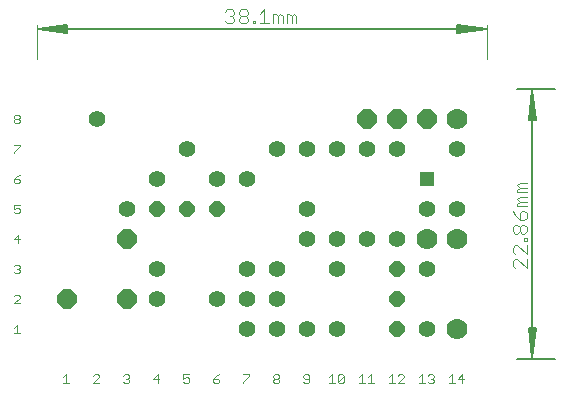
<source format=gtl>
G75*
%MOIN*%
%OFA0B0*%
%FSLAX25Y25*%
%IPPOS*%
%LPD*%
%AMOC8*
5,1,8,0,0,1.08239X$1,22.5*
%
%ADD10C,0.00300*%
%ADD11C,0.00100*%
%ADD12C,0.00500*%
%ADD13C,0.00400*%
%ADD14C,0.00512*%
%ADD15C,0.07000*%
%ADD16C,0.05543*%
%ADD17R,0.04756X0.04756*%
%ADD18OC8,0.06496*%
%ADD19OC8,0.05150*%
D10*
X0018690Y0002217D02*
X0020625Y0002217D01*
X0019657Y0002217D02*
X0019657Y0005119D01*
X0018690Y0004152D01*
X0028690Y0004635D02*
X0029174Y0005119D01*
X0030141Y0005119D01*
X0030625Y0004635D01*
X0030625Y0004152D01*
X0028690Y0002217D01*
X0030625Y0002217D01*
X0038690Y0002700D02*
X0039174Y0002217D01*
X0040141Y0002217D01*
X0040625Y0002700D01*
X0040625Y0003184D01*
X0040141Y0003668D01*
X0039657Y0003668D01*
X0040141Y0003668D02*
X0040625Y0004152D01*
X0040625Y0004635D01*
X0040141Y0005119D01*
X0039174Y0005119D01*
X0038690Y0004635D01*
X0048690Y0003668D02*
X0050625Y0003668D01*
X0050141Y0002217D02*
X0050141Y0005119D01*
X0048690Y0003668D01*
X0058690Y0003668D02*
X0059657Y0004152D01*
X0060141Y0004152D01*
X0060625Y0003668D01*
X0060625Y0002700D01*
X0060141Y0002217D01*
X0059174Y0002217D01*
X0058690Y0002700D01*
X0058690Y0003668D02*
X0058690Y0005119D01*
X0060625Y0005119D01*
X0068690Y0003668D02*
X0070141Y0003668D01*
X0070625Y0003184D01*
X0070625Y0002700D01*
X0070141Y0002217D01*
X0069174Y0002217D01*
X0068690Y0002700D01*
X0068690Y0003668D01*
X0069657Y0004635D01*
X0070625Y0005119D01*
X0078690Y0005119D02*
X0080625Y0005119D01*
X0080625Y0004635D01*
X0078690Y0002700D01*
X0078690Y0002217D01*
X0088690Y0002700D02*
X0089174Y0002217D01*
X0090141Y0002217D01*
X0090625Y0002700D01*
X0090625Y0003184D01*
X0090141Y0003668D01*
X0089174Y0003668D01*
X0088690Y0004152D01*
X0088690Y0004635D01*
X0089174Y0005119D01*
X0090141Y0005119D01*
X0090625Y0004635D01*
X0090625Y0004152D01*
X0090141Y0003668D01*
X0089174Y0003668D02*
X0088690Y0003184D01*
X0088690Y0002700D01*
X0098690Y0002700D02*
X0099174Y0002217D01*
X0100141Y0002217D01*
X0100625Y0002700D01*
X0100625Y0004635D01*
X0100141Y0005119D01*
X0099174Y0005119D01*
X0098690Y0004635D01*
X0098690Y0004152D01*
X0099174Y0003668D01*
X0100625Y0003668D01*
X0107217Y0004152D02*
X0108184Y0005119D01*
X0108184Y0002217D01*
X0107217Y0002217D02*
X0109152Y0002217D01*
X0110163Y0002700D02*
X0112098Y0004635D01*
X0112098Y0002700D01*
X0111614Y0002217D01*
X0110647Y0002217D01*
X0110163Y0002700D01*
X0110163Y0004635D01*
X0110647Y0005119D01*
X0111614Y0005119D01*
X0112098Y0004635D01*
X0117217Y0004152D02*
X0118184Y0005119D01*
X0118184Y0002217D01*
X0117217Y0002217D02*
X0119152Y0002217D01*
X0120163Y0002217D02*
X0122098Y0002217D01*
X0121131Y0002217D02*
X0121131Y0005119D01*
X0120163Y0004152D01*
X0127217Y0004152D02*
X0128184Y0005119D01*
X0128184Y0002217D01*
X0127217Y0002217D02*
X0129152Y0002217D01*
X0130163Y0002217D02*
X0132098Y0004152D01*
X0132098Y0004635D01*
X0131614Y0005119D01*
X0130647Y0005119D01*
X0130163Y0004635D01*
X0130163Y0002217D02*
X0132098Y0002217D01*
X0137217Y0002217D02*
X0139152Y0002217D01*
X0138184Y0002217D02*
X0138184Y0005119D01*
X0137217Y0004152D01*
X0140163Y0004635D02*
X0140647Y0005119D01*
X0141614Y0005119D01*
X0142098Y0004635D01*
X0142098Y0004152D01*
X0141614Y0003668D01*
X0142098Y0003184D01*
X0142098Y0002700D01*
X0141614Y0002217D01*
X0140647Y0002217D01*
X0140163Y0002700D01*
X0141131Y0003668D02*
X0141614Y0003668D01*
X0147217Y0004152D02*
X0148184Y0005119D01*
X0148184Y0002217D01*
X0147217Y0002217D02*
X0149152Y0002217D01*
X0150163Y0003668D02*
X0152098Y0003668D01*
X0151614Y0002217D02*
X0151614Y0005119D01*
X0150163Y0003668D01*
X0004152Y0018817D02*
X0002217Y0018817D01*
X0003184Y0018817D02*
X0003184Y0021719D01*
X0002217Y0020752D01*
X0002217Y0028817D02*
X0004152Y0030752D01*
X0004152Y0031235D01*
X0003668Y0031719D01*
X0002700Y0031719D01*
X0002217Y0031235D01*
X0002217Y0028817D02*
X0004152Y0028817D01*
X0003668Y0038817D02*
X0002700Y0038817D01*
X0002217Y0039300D01*
X0003184Y0040268D02*
X0003668Y0040268D01*
X0004152Y0039784D01*
X0004152Y0039300D01*
X0003668Y0038817D01*
X0003668Y0040268D02*
X0004152Y0040752D01*
X0004152Y0041235D01*
X0003668Y0041719D01*
X0002700Y0041719D01*
X0002217Y0041235D01*
X0003668Y0048817D02*
X0003668Y0051719D01*
X0002217Y0050268D01*
X0004152Y0050268D01*
X0003668Y0058817D02*
X0002700Y0058817D01*
X0002217Y0059300D01*
X0002217Y0060268D02*
X0003184Y0060752D01*
X0003668Y0060752D01*
X0004152Y0060268D01*
X0004152Y0059300D01*
X0003668Y0058817D01*
X0002217Y0060268D02*
X0002217Y0061719D01*
X0004152Y0061719D01*
X0003668Y0068817D02*
X0004152Y0069300D01*
X0004152Y0069784D01*
X0003668Y0070268D01*
X0002217Y0070268D01*
X0002217Y0069300D01*
X0002700Y0068817D01*
X0003668Y0068817D01*
X0002217Y0070268D02*
X0003184Y0071235D01*
X0004152Y0071719D01*
X0002217Y0078817D02*
X0002217Y0079300D01*
X0004152Y0081235D01*
X0004152Y0081719D01*
X0002217Y0081719D01*
X0002700Y0088817D02*
X0002217Y0089300D01*
X0002217Y0089784D01*
X0002700Y0090268D01*
X0003668Y0090268D01*
X0004152Y0089784D01*
X0004152Y0089300D01*
X0003668Y0088817D01*
X0002700Y0088817D01*
X0002700Y0090268D02*
X0002217Y0090752D01*
X0002217Y0091235D01*
X0002700Y0091719D01*
X0003668Y0091719D01*
X0004152Y0091235D01*
X0004152Y0090752D01*
X0003668Y0090268D01*
D11*
X0010013Y0110267D02*
X0010013Y0121767D01*
X0160013Y0121767D02*
X0160013Y0110267D01*
D12*
X0159763Y0120267D02*
X0150013Y0119267D01*
X0150013Y0119039D02*
X0159763Y0120267D01*
X0150013Y0121267D01*
X0150013Y0121495D02*
X0150013Y0119039D01*
X0150013Y0119767D02*
X0159763Y0120267D01*
X0150013Y0120767D01*
X0150013Y0121495D02*
X0159763Y0120267D01*
X0010263Y0120267D01*
X0020013Y0119267D01*
X0020013Y0119039D02*
X0010263Y0120267D01*
X0020013Y0121267D01*
X0020013Y0121495D02*
X0020013Y0119039D01*
X0020013Y0119767D02*
X0010263Y0120267D01*
X0020013Y0120767D01*
X0020013Y0121495D02*
X0010263Y0120267D01*
D13*
X0072552Y0122984D02*
X0073320Y0122217D01*
X0074854Y0122217D01*
X0075622Y0122984D01*
X0075622Y0123751D01*
X0074854Y0124519D01*
X0074087Y0124519D01*
X0074854Y0124519D02*
X0075622Y0125286D01*
X0075622Y0126053D01*
X0074854Y0126821D01*
X0073320Y0126821D01*
X0072552Y0126053D01*
X0077156Y0126053D02*
X0077156Y0125286D01*
X0077924Y0124519D01*
X0079458Y0124519D01*
X0080226Y0123751D01*
X0080226Y0122984D01*
X0079458Y0122217D01*
X0077924Y0122217D01*
X0077156Y0122984D01*
X0077156Y0123751D01*
X0077924Y0124519D01*
X0079458Y0124519D02*
X0080226Y0125286D01*
X0080226Y0126053D01*
X0079458Y0126821D01*
X0077924Y0126821D01*
X0077156Y0126053D01*
X0081760Y0122984D02*
X0082528Y0122984D01*
X0082528Y0122217D01*
X0081760Y0122217D01*
X0081760Y0122984D01*
X0084062Y0122217D02*
X0087131Y0122217D01*
X0085597Y0122217D02*
X0085597Y0126821D01*
X0084062Y0125286D01*
X0088666Y0125286D02*
X0088666Y0122217D01*
X0090201Y0122217D02*
X0090201Y0124519D01*
X0090968Y0125286D01*
X0091735Y0124519D01*
X0091735Y0122217D01*
X0093270Y0122217D02*
X0093270Y0125286D01*
X0094037Y0125286D01*
X0094805Y0124519D01*
X0095572Y0125286D01*
X0096339Y0124519D01*
X0096339Y0122217D01*
X0094805Y0122217D02*
X0094805Y0124519D01*
X0090201Y0124519D02*
X0089433Y0125286D01*
X0088666Y0125286D01*
X0169982Y0068127D02*
X0170749Y0068895D01*
X0173051Y0068895D01*
X0173051Y0067360D02*
X0170749Y0067360D01*
X0169982Y0068127D01*
X0170749Y0067360D02*
X0169982Y0066593D01*
X0169982Y0065825D01*
X0173051Y0065825D01*
X0173051Y0064291D02*
X0170749Y0064291D01*
X0169982Y0063523D01*
X0170749Y0062756D01*
X0173051Y0062756D01*
X0173051Y0061222D02*
X0169982Y0061222D01*
X0169982Y0061989D01*
X0170749Y0062756D01*
X0171517Y0059687D02*
X0170749Y0058920D01*
X0170749Y0056618D01*
X0172284Y0056618D01*
X0173051Y0057385D01*
X0173051Y0058920D01*
X0172284Y0059687D01*
X0171517Y0059687D01*
X0169215Y0058152D02*
X0170749Y0056618D01*
X0169982Y0055083D02*
X0169215Y0055083D01*
X0168447Y0054316D01*
X0168447Y0052781D01*
X0169215Y0052014D01*
X0169982Y0052014D01*
X0170749Y0052781D01*
X0170749Y0054316D01*
X0171517Y0055083D01*
X0172284Y0055083D01*
X0173051Y0054316D01*
X0173051Y0052781D01*
X0172284Y0052014D01*
X0171517Y0052014D01*
X0170749Y0052781D01*
X0170749Y0054316D02*
X0169982Y0055083D01*
X0169215Y0058152D02*
X0168447Y0059687D01*
X0172284Y0050479D02*
X0173051Y0050479D01*
X0173051Y0049712D01*
X0172284Y0049712D01*
X0172284Y0050479D01*
X0173051Y0048177D02*
X0173051Y0045108D01*
X0169982Y0048177D01*
X0169215Y0048177D01*
X0168447Y0047410D01*
X0168447Y0045875D01*
X0169215Y0045108D01*
X0169215Y0043573D02*
X0168447Y0042806D01*
X0168447Y0041271D01*
X0169215Y0040504D01*
X0169215Y0043573D02*
X0169982Y0043573D01*
X0173051Y0040504D01*
X0173051Y0043573D01*
D14*
X0173756Y0020503D02*
X0176270Y0020503D01*
X0175013Y0010523D01*
X0176037Y0020503D01*
X0175525Y0020503D02*
X0175013Y0010523D01*
X0173990Y0020503D01*
X0173756Y0020503D02*
X0175013Y0010523D01*
X0174501Y0020503D01*
X0175013Y0010523D02*
X0175013Y0100011D01*
X0176037Y0090030D01*
X0176270Y0090030D02*
X0175013Y0100011D01*
X0173990Y0090030D01*
X0173756Y0090030D02*
X0176270Y0090030D01*
X0175525Y0090030D02*
X0175013Y0100011D01*
X0174501Y0090030D01*
X0173756Y0090030D02*
X0175013Y0100011D01*
X0170013Y0100267D02*
X0182690Y0100267D01*
X0182690Y0010267D02*
X0170013Y0010267D01*
D15*
X0150013Y0020267D03*
X0150013Y0050267D03*
X0140013Y0050267D03*
X0150013Y0090267D03*
D16*
X0150013Y0080267D03*
X0130013Y0080267D03*
X0120013Y0080267D03*
X0110013Y0080267D03*
X0100013Y0080267D03*
X0090013Y0080267D03*
X0080013Y0070267D03*
X0070013Y0070267D03*
X0060013Y0080267D03*
X0050013Y0070267D03*
X0040013Y0060267D03*
X0050013Y0040267D03*
X0050013Y0030267D03*
X0070013Y0030267D03*
X0080013Y0030267D03*
X0090013Y0030267D03*
X0090013Y0040267D03*
X0080013Y0040267D03*
X0100013Y0050267D03*
X0110013Y0050267D03*
X0120013Y0050267D03*
X0130013Y0050267D03*
X0140013Y0040267D03*
X0140013Y0060267D03*
X0150013Y0060267D03*
X0110013Y0040267D03*
X0100013Y0060267D03*
X0100013Y0020267D03*
X0110013Y0020267D03*
X0090013Y0020267D03*
X0080013Y0020267D03*
X0140013Y0020267D03*
X0030013Y0090267D03*
D17*
X0140013Y0070267D03*
D18*
X0140013Y0090267D03*
X0130013Y0090267D03*
X0120013Y0090267D03*
X0040013Y0050267D03*
X0040013Y0030267D03*
X0020013Y0030267D03*
D19*
X0050013Y0060267D03*
X0060013Y0060267D03*
X0070013Y0060267D03*
X0130013Y0040267D03*
X0130013Y0030267D03*
X0130013Y0020267D03*
M02*

</source>
